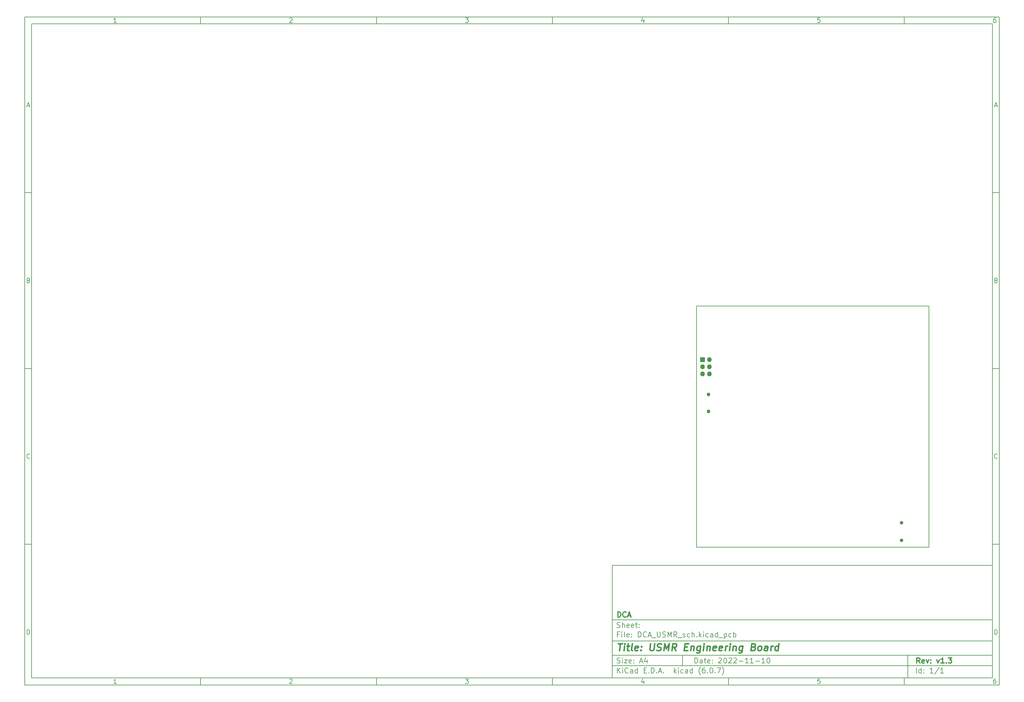
<source format=gbr>
%TF.GenerationSoftware,KiCad,Pcbnew,(6.0.7)*%
%TF.CreationDate,2022-11-15T16:12:34-05:00*%
%TF.ProjectId,DCA_USMR_sch,4443415f-5553-44d5-925f-7363682e6b69,v1.3*%
%TF.SameCoordinates,Original*%
%TF.FileFunction,Soldermask,Bot*%
%TF.FilePolarity,Negative*%
%FSLAX46Y46*%
G04 Gerber Fmt 4.6, Leading zero omitted, Abs format (unit mm)*
G04 Created by KiCad (PCBNEW (6.0.7)) date 2022-11-15 16:12:34*
%MOMM*%
%LPD*%
G01*
G04 APERTURE LIST*
%ADD10C,0.100000*%
%ADD11C,0.150000*%
%ADD12C,0.300000*%
%ADD13C,0.400000*%
%TA.AperFunction,Profile*%
%ADD14C,0.200000*%
%TD*%
%ADD15C,1.030000*%
%ADD16C,1.000000*%
%ADD17O,1.350000X1.350000*%
%ADD18R,1.350000X1.350000*%
G04 APERTURE END LIST*
D10*
D11*
X177002200Y-166007200D02*
X177002200Y-198007200D01*
X285002200Y-198007200D01*
X285002200Y-166007200D01*
X177002200Y-166007200D01*
D10*
D11*
X10000000Y-10000000D02*
X10000000Y-200007200D01*
X287002200Y-200007200D01*
X287002200Y-10000000D01*
X10000000Y-10000000D01*
D10*
D11*
X12000000Y-12000000D02*
X12000000Y-198007200D01*
X285002200Y-198007200D01*
X285002200Y-12000000D01*
X12000000Y-12000000D01*
D10*
D11*
X60000000Y-12000000D02*
X60000000Y-10000000D01*
D10*
D11*
X110000000Y-12000000D02*
X110000000Y-10000000D01*
D10*
D11*
X160000000Y-12000000D02*
X160000000Y-10000000D01*
D10*
D11*
X210000000Y-12000000D02*
X210000000Y-10000000D01*
D10*
D11*
X260000000Y-12000000D02*
X260000000Y-10000000D01*
D10*
D11*
X36065476Y-11588095D02*
X35322619Y-11588095D01*
X35694047Y-11588095D02*
X35694047Y-10288095D01*
X35570238Y-10473809D01*
X35446428Y-10597619D01*
X35322619Y-10659523D01*
D10*
D11*
X85322619Y-10411904D02*
X85384523Y-10350000D01*
X85508333Y-10288095D01*
X85817857Y-10288095D01*
X85941666Y-10350000D01*
X86003571Y-10411904D01*
X86065476Y-10535714D01*
X86065476Y-10659523D01*
X86003571Y-10845238D01*
X85260714Y-11588095D01*
X86065476Y-11588095D01*
D10*
D11*
X135260714Y-10288095D02*
X136065476Y-10288095D01*
X135632142Y-10783333D01*
X135817857Y-10783333D01*
X135941666Y-10845238D01*
X136003571Y-10907142D01*
X136065476Y-11030952D01*
X136065476Y-11340476D01*
X136003571Y-11464285D01*
X135941666Y-11526190D01*
X135817857Y-11588095D01*
X135446428Y-11588095D01*
X135322619Y-11526190D01*
X135260714Y-11464285D01*
D10*
D11*
X185941666Y-10721428D02*
X185941666Y-11588095D01*
X185632142Y-10226190D02*
X185322619Y-11154761D01*
X186127380Y-11154761D01*
D10*
D11*
X236003571Y-10288095D02*
X235384523Y-10288095D01*
X235322619Y-10907142D01*
X235384523Y-10845238D01*
X235508333Y-10783333D01*
X235817857Y-10783333D01*
X235941666Y-10845238D01*
X236003571Y-10907142D01*
X236065476Y-11030952D01*
X236065476Y-11340476D01*
X236003571Y-11464285D01*
X235941666Y-11526190D01*
X235817857Y-11588095D01*
X235508333Y-11588095D01*
X235384523Y-11526190D01*
X235322619Y-11464285D01*
D10*
D11*
X285941666Y-10288095D02*
X285694047Y-10288095D01*
X285570238Y-10350000D01*
X285508333Y-10411904D01*
X285384523Y-10597619D01*
X285322619Y-10845238D01*
X285322619Y-11340476D01*
X285384523Y-11464285D01*
X285446428Y-11526190D01*
X285570238Y-11588095D01*
X285817857Y-11588095D01*
X285941666Y-11526190D01*
X286003571Y-11464285D01*
X286065476Y-11340476D01*
X286065476Y-11030952D01*
X286003571Y-10907142D01*
X285941666Y-10845238D01*
X285817857Y-10783333D01*
X285570238Y-10783333D01*
X285446428Y-10845238D01*
X285384523Y-10907142D01*
X285322619Y-11030952D01*
D10*
D11*
X60000000Y-198007200D02*
X60000000Y-200007200D01*
D10*
D11*
X110000000Y-198007200D02*
X110000000Y-200007200D01*
D10*
D11*
X160000000Y-198007200D02*
X160000000Y-200007200D01*
D10*
D11*
X210000000Y-198007200D02*
X210000000Y-200007200D01*
D10*
D11*
X260000000Y-198007200D02*
X260000000Y-200007200D01*
D10*
D11*
X36065476Y-199595295D02*
X35322619Y-199595295D01*
X35694047Y-199595295D02*
X35694047Y-198295295D01*
X35570238Y-198481009D01*
X35446428Y-198604819D01*
X35322619Y-198666723D01*
D10*
D11*
X85322619Y-198419104D02*
X85384523Y-198357200D01*
X85508333Y-198295295D01*
X85817857Y-198295295D01*
X85941666Y-198357200D01*
X86003571Y-198419104D01*
X86065476Y-198542914D01*
X86065476Y-198666723D01*
X86003571Y-198852438D01*
X85260714Y-199595295D01*
X86065476Y-199595295D01*
D10*
D11*
X135260714Y-198295295D02*
X136065476Y-198295295D01*
X135632142Y-198790533D01*
X135817857Y-198790533D01*
X135941666Y-198852438D01*
X136003571Y-198914342D01*
X136065476Y-199038152D01*
X136065476Y-199347676D01*
X136003571Y-199471485D01*
X135941666Y-199533390D01*
X135817857Y-199595295D01*
X135446428Y-199595295D01*
X135322619Y-199533390D01*
X135260714Y-199471485D01*
D10*
D11*
X185941666Y-198728628D02*
X185941666Y-199595295D01*
X185632142Y-198233390D02*
X185322619Y-199161961D01*
X186127380Y-199161961D01*
D10*
D11*
X236003571Y-198295295D02*
X235384523Y-198295295D01*
X235322619Y-198914342D01*
X235384523Y-198852438D01*
X235508333Y-198790533D01*
X235817857Y-198790533D01*
X235941666Y-198852438D01*
X236003571Y-198914342D01*
X236065476Y-199038152D01*
X236065476Y-199347676D01*
X236003571Y-199471485D01*
X235941666Y-199533390D01*
X235817857Y-199595295D01*
X235508333Y-199595295D01*
X235384523Y-199533390D01*
X235322619Y-199471485D01*
D10*
D11*
X285941666Y-198295295D02*
X285694047Y-198295295D01*
X285570238Y-198357200D01*
X285508333Y-198419104D01*
X285384523Y-198604819D01*
X285322619Y-198852438D01*
X285322619Y-199347676D01*
X285384523Y-199471485D01*
X285446428Y-199533390D01*
X285570238Y-199595295D01*
X285817857Y-199595295D01*
X285941666Y-199533390D01*
X286003571Y-199471485D01*
X286065476Y-199347676D01*
X286065476Y-199038152D01*
X286003571Y-198914342D01*
X285941666Y-198852438D01*
X285817857Y-198790533D01*
X285570238Y-198790533D01*
X285446428Y-198852438D01*
X285384523Y-198914342D01*
X285322619Y-199038152D01*
D10*
D11*
X10000000Y-60000000D02*
X12000000Y-60000000D01*
D10*
D11*
X10000000Y-110000000D02*
X12000000Y-110000000D01*
D10*
D11*
X10000000Y-160000000D02*
X12000000Y-160000000D01*
D10*
D11*
X10690476Y-35216666D02*
X11309523Y-35216666D01*
X10566666Y-35588095D02*
X11000000Y-34288095D01*
X11433333Y-35588095D01*
D10*
D11*
X11092857Y-84907142D02*
X11278571Y-84969047D01*
X11340476Y-85030952D01*
X11402380Y-85154761D01*
X11402380Y-85340476D01*
X11340476Y-85464285D01*
X11278571Y-85526190D01*
X11154761Y-85588095D01*
X10659523Y-85588095D01*
X10659523Y-84288095D01*
X11092857Y-84288095D01*
X11216666Y-84350000D01*
X11278571Y-84411904D01*
X11340476Y-84535714D01*
X11340476Y-84659523D01*
X11278571Y-84783333D01*
X11216666Y-84845238D01*
X11092857Y-84907142D01*
X10659523Y-84907142D01*
D10*
D11*
X11402380Y-135464285D02*
X11340476Y-135526190D01*
X11154761Y-135588095D01*
X11030952Y-135588095D01*
X10845238Y-135526190D01*
X10721428Y-135402380D01*
X10659523Y-135278571D01*
X10597619Y-135030952D01*
X10597619Y-134845238D01*
X10659523Y-134597619D01*
X10721428Y-134473809D01*
X10845238Y-134350000D01*
X11030952Y-134288095D01*
X11154761Y-134288095D01*
X11340476Y-134350000D01*
X11402380Y-134411904D01*
D10*
D11*
X10659523Y-185588095D02*
X10659523Y-184288095D01*
X10969047Y-184288095D01*
X11154761Y-184350000D01*
X11278571Y-184473809D01*
X11340476Y-184597619D01*
X11402380Y-184845238D01*
X11402380Y-185030952D01*
X11340476Y-185278571D01*
X11278571Y-185402380D01*
X11154761Y-185526190D01*
X10969047Y-185588095D01*
X10659523Y-185588095D01*
D10*
D11*
X287002200Y-60000000D02*
X285002200Y-60000000D01*
D10*
D11*
X287002200Y-110000000D02*
X285002200Y-110000000D01*
D10*
D11*
X287002200Y-160000000D02*
X285002200Y-160000000D01*
D10*
D11*
X285692676Y-35216666D02*
X286311723Y-35216666D01*
X285568866Y-35588095D02*
X286002200Y-34288095D01*
X286435533Y-35588095D01*
D10*
D11*
X286095057Y-84907142D02*
X286280771Y-84969047D01*
X286342676Y-85030952D01*
X286404580Y-85154761D01*
X286404580Y-85340476D01*
X286342676Y-85464285D01*
X286280771Y-85526190D01*
X286156961Y-85588095D01*
X285661723Y-85588095D01*
X285661723Y-84288095D01*
X286095057Y-84288095D01*
X286218866Y-84350000D01*
X286280771Y-84411904D01*
X286342676Y-84535714D01*
X286342676Y-84659523D01*
X286280771Y-84783333D01*
X286218866Y-84845238D01*
X286095057Y-84907142D01*
X285661723Y-84907142D01*
D10*
D11*
X286404580Y-135464285D02*
X286342676Y-135526190D01*
X286156961Y-135588095D01*
X286033152Y-135588095D01*
X285847438Y-135526190D01*
X285723628Y-135402380D01*
X285661723Y-135278571D01*
X285599819Y-135030952D01*
X285599819Y-134845238D01*
X285661723Y-134597619D01*
X285723628Y-134473809D01*
X285847438Y-134350000D01*
X286033152Y-134288095D01*
X286156961Y-134288095D01*
X286342676Y-134350000D01*
X286404580Y-134411904D01*
D10*
D11*
X285661723Y-185588095D02*
X285661723Y-184288095D01*
X285971247Y-184288095D01*
X286156961Y-184350000D01*
X286280771Y-184473809D01*
X286342676Y-184597619D01*
X286404580Y-184845238D01*
X286404580Y-185030952D01*
X286342676Y-185278571D01*
X286280771Y-185402380D01*
X286156961Y-185526190D01*
X285971247Y-185588095D01*
X285661723Y-185588095D01*
D10*
D11*
X200434342Y-193785771D02*
X200434342Y-192285771D01*
X200791485Y-192285771D01*
X201005771Y-192357200D01*
X201148628Y-192500057D01*
X201220057Y-192642914D01*
X201291485Y-192928628D01*
X201291485Y-193142914D01*
X201220057Y-193428628D01*
X201148628Y-193571485D01*
X201005771Y-193714342D01*
X200791485Y-193785771D01*
X200434342Y-193785771D01*
X202577200Y-193785771D02*
X202577200Y-193000057D01*
X202505771Y-192857200D01*
X202362914Y-192785771D01*
X202077200Y-192785771D01*
X201934342Y-192857200D01*
X202577200Y-193714342D02*
X202434342Y-193785771D01*
X202077200Y-193785771D01*
X201934342Y-193714342D01*
X201862914Y-193571485D01*
X201862914Y-193428628D01*
X201934342Y-193285771D01*
X202077200Y-193214342D01*
X202434342Y-193214342D01*
X202577200Y-193142914D01*
X203077200Y-192785771D02*
X203648628Y-192785771D01*
X203291485Y-192285771D02*
X203291485Y-193571485D01*
X203362914Y-193714342D01*
X203505771Y-193785771D01*
X203648628Y-193785771D01*
X204720057Y-193714342D02*
X204577200Y-193785771D01*
X204291485Y-193785771D01*
X204148628Y-193714342D01*
X204077200Y-193571485D01*
X204077200Y-193000057D01*
X204148628Y-192857200D01*
X204291485Y-192785771D01*
X204577200Y-192785771D01*
X204720057Y-192857200D01*
X204791485Y-193000057D01*
X204791485Y-193142914D01*
X204077200Y-193285771D01*
X205434342Y-193642914D02*
X205505771Y-193714342D01*
X205434342Y-193785771D01*
X205362914Y-193714342D01*
X205434342Y-193642914D01*
X205434342Y-193785771D01*
X205434342Y-192857200D02*
X205505771Y-192928628D01*
X205434342Y-193000057D01*
X205362914Y-192928628D01*
X205434342Y-192857200D01*
X205434342Y-193000057D01*
X207220057Y-192428628D02*
X207291485Y-192357200D01*
X207434342Y-192285771D01*
X207791485Y-192285771D01*
X207934342Y-192357200D01*
X208005771Y-192428628D01*
X208077200Y-192571485D01*
X208077200Y-192714342D01*
X208005771Y-192928628D01*
X207148628Y-193785771D01*
X208077200Y-193785771D01*
X209005771Y-192285771D02*
X209148628Y-192285771D01*
X209291485Y-192357200D01*
X209362914Y-192428628D01*
X209434342Y-192571485D01*
X209505771Y-192857200D01*
X209505771Y-193214342D01*
X209434342Y-193500057D01*
X209362914Y-193642914D01*
X209291485Y-193714342D01*
X209148628Y-193785771D01*
X209005771Y-193785771D01*
X208862914Y-193714342D01*
X208791485Y-193642914D01*
X208720057Y-193500057D01*
X208648628Y-193214342D01*
X208648628Y-192857200D01*
X208720057Y-192571485D01*
X208791485Y-192428628D01*
X208862914Y-192357200D01*
X209005771Y-192285771D01*
X210077200Y-192428628D02*
X210148628Y-192357200D01*
X210291485Y-192285771D01*
X210648628Y-192285771D01*
X210791485Y-192357200D01*
X210862914Y-192428628D01*
X210934342Y-192571485D01*
X210934342Y-192714342D01*
X210862914Y-192928628D01*
X210005771Y-193785771D01*
X210934342Y-193785771D01*
X211505771Y-192428628D02*
X211577200Y-192357200D01*
X211720057Y-192285771D01*
X212077200Y-192285771D01*
X212220057Y-192357200D01*
X212291485Y-192428628D01*
X212362914Y-192571485D01*
X212362914Y-192714342D01*
X212291485Y-192928628D01*
X211434342Y-193785771D01*
X212362914Y-193785771D01*
X213005771Y-193214342D02*
X214148628Y-193214342D01*
X215648628Y-193785771D02*
X214791485Y-193785771D01*
X215220057Y-193785771D02*
X215220057Y-192285771D01*
X215077200Y-192500057D01*
X214934342Y-192642914D01*
X214791485Y-192714342D01*
X217077200Y-193785771D02*
X216220057Y-193785771D01*
X216648628Y-193785771D02*
X216648628Y-192285771D01*
X216505771Y-192500057D01*
X216362914Y-192642914D01*
X216220057Y-192714342D01*
X217720057Y-193214342D02*
X218862914Y-193214342D01*
X220362914Y-193785771D02*
X219505771Y-193785771D01*
X219934342Y-193785771D02*
X219934342Y-192285771D01*
X219791485Y-192500057D01*
X219648628Y-192642914D01*
X219505771Y-192714342D01*
X221291485Y-192285771D02*
X221434342Y-192285771D01*
X221577200Y-192357200D01*
X221648628Y-192428628D01*
X221720057Y-192571485D01*
X221791485Y-192857200D01*
X221791485Y-193214342D01*
X221720057Y-193500057D01*
X221648628Y-193642914D01*
X221577200Y-193714342D01*
X221434342Y-193785771D01*
X221291485Y-193785771D01*
X221148628Y-193714342D01*
X221077200Y-193642914D01*
X221005771Y-193500057D01*
X220934342Y-193214342D01*
X220934342Y-192857200D01*
X221005771Y-192571485D01*
X221077200Y-192428628D01*
X221148628Y-192357200D01*
X221291485Y-192285771D01*
D10*
D11*
X177002200Y-194507200D02*
X285002200Y-194507200D01*
D10*
D11*
X178434342Y-196585771D02*
X178434342Y-195085771D01*
X179291485Y-196585771D02*
X178648628Y-195728628D01*
X179291485Y-195085771D02*
X178434342Y-195942914D01*
X179934342Y-196585771D02*
X179934342Y-195585771D01*
X179934342Y-195085771D02*
X179862914Y-195157200D01*
X179934342Y-195228628D01*
X180005771Y-195157200D01*
X179934342Y-195085771D01*
X179934342Y-195228628D01*
X181505771Y-196442914D02*
X181434342Y-196514342D01*
X181220057Y-196585771D01*
X181077200Y-196585771D01*
X180862914Y-196514342D01*
X180720057Y-196371485D01*
X180648628Y-196228628D01*
X180577200Y-195942914D01*
X180577200Y-195728628D01*
X180648628Y-195442914D01*
X180720057Y-195300057D01*
X180862914Y-195157200D01*
X181077200Y-195085771D01*
X181220057Y-195085771D01*
X181434342Y-195157200D01*
X181505771Y-195228628D01*
X182791485Y-196585771D02*
X182791485Y-195800057D01*
X182720057Y-195657200D01*
X182577200Y-195585771D01*
X182291485Y-195585771D01*
X182148628Y-195657200D01*
X182791485Y-196514342D02*
X182648628Y-196585771D01*
X182291485Y-196585771D01*
X182148628Y-196514342D01*
X182077200Y-196371485D01*
X182077200Y-196228628D01*
X182148628Y-196085771D01*
X182291485Y-196014342D01*
X182648628Y-196014342D01*
X182791485Y-195942914D01*
X184148628Y-196585771D02*
X184148628Y-195085771D01*
X184148628Y-196514342D02*
X184005771Y-196585771D01*
X183720057Y-196585771D01*
X183577200Y-196514342D01*
X183505771Y-196442914D01*
X183434342Y-196300057D01*
X183434342Y-195871485D01*
X183505771Y-195728628D01*
X183577200Y-195657200D01*
X183720057Y-195585771D01*
X184005771Y-195585771D01*
X184148628Y-195657200D01*
X186005771Y-195800057D02*
X186505771Y-195800057D01*
X186720057Y-196585771D02*
X186005771Y-196585771D01*
X186005771Y-195085771D01*
X186720057Y-195085771D01*
X187362914Y-196442914D02*
X187434342Y-196514342D01*
X187362914Y-196585771D01*
X187291485Y-196514342D01*
X187362914Y-196442914D01*
X187362914Y-196585771D01*
X188077200Y-196585771D02*
X188077200Y-195085771D01*
X188434342Y-195085771D01*
X188648628Y-195157200D01*
X188791485Y-195300057D01*
X188862914Y-195442914D01*
X188934342Y-195728628D01*
X188934342Y-195942914D01*
X188862914Y-196228628D01*
X188791485Y-196371485D01*
X188648628Y-196514342D01*
X188434342Y-196585771D01*
X188077200Y-196585771D01*
X189577200Y-196442914D02*
X189648628Y-196514342D01*
X189577200Y-196585771D01*
X189505771Y-196514342D01*
X189577200Y-196442914D01*
X189577200Y-196585771D01*
X190220057Y-196157200D02*
X190934342Y-196157200D01*
X190077200Y-196585771D02*
X190577200Y-195085771D01*
X191077200Y-196585771D01*
X191577200Y-196442914D02*
X191648628Y-196514342D01*
X191577200Y-196585771D01*
X191505771Y-196514342D01*
X191577200Y-196442914D01*
X191577200Y-196585771D01*
X194577200Y-196585771D02*
X194577200Y-195085771D01*
X194720057Y-196014342D02*
X195148628Y-196585771D01*
X195148628Y-195585771D02*
X194577200Y-196157200D01*
X195791485Y-196585771D02*
X195791485Y-195585771D01*
X195791485Y-195085771D02*
X195720057Y-195157200D01*
X195791485Y-195228628D01*
X195862914Y-195157200D01*
X195791485Y-195085771D01*
X195791485Y-195228628D01*
X197148628Y-196514342D02*
X197005771Y-196585771D01*
X196720057Y-196585771D01*
X196577200Y-196514342D01*
X196505771Y-196442914D01*
X196434342Y-196300057D01*
X196434342Y-195871485D01*
X196505771Y-195728628D01*
X196577200Y-195657200D01*
X196720057Y-195585771D01*
X197005771Y-195585771D01*
X197148628Y-195657200D01*
X198434342Y-196585771D02*
X198434342Y-195800057D01*
X198362914Y-195657200D01*
X198220057Y-195585771D01*
X197934342Y-195585771D01*
X197791485Y-195657200D01*
X198434342Y-196514342D02*
X198291485Y-196585771D01*
X197934342Y-196585771D01*
X197791485Y-196514342D01*
X197720057Y-196371485D01*
X197720057Y-196228628D01*
X197791485Y-196085771D01*
X197934342Y-196014342D01*
X198291485Y-196014342D01*
X198434342Y-195942914D01*
X199791485Y-196585771D02*
X199791485Y-195085771D01*
X199791485Y-196514342D02*
X199648628Y-196585771D01*
X199362914Y-196585771D01*
X199220057Y-196514342D01*
X199148628Y-196442914D01*
X199077200Y-196300057D01*
X199077200Y-195871485D01*
X199148628Y-195728628D01*
X199220057Y-195657200D01*
X199362914Y-195585771D01*
X199648628Y-195585771D01*
X199791485Y-195657200D01*
X202077200Y-197157200D02*
X202005771Y-197085771D01*
X201862914Y-196871485D01*
X201791485Y-196728628D01*
X201720057Y-196514342D01*
X201648628Y-196157200D01*
X201648628Y-195871485D01*
X201720057Y-195514342D01*
X201791485Y-195300057D01*
X201862914Y-195157200D01*
X202005771Y-194942914D01*
X202077200Y-194871485D01*
X203291485Y-195085771D02*
X203005771Y-195085771D01*
X202862914Y-195157200D01*
X202791485Y-195228628D01*
X202648628Y-195442914D01*
X202577200Y-195728628D01*
X202577200Y-196300057D01*
X202648628Y-196442914D01*
X202720057Y-196514342D01*
X202862914Y-196585771D01*
X203148628Y-196585771D01*
X203291485Y-196514342D01*
X203362914Y-196442914D01*
X203434342Y-196300057D01*
X203434342Y-195942914D01*
X203362914Y-195800057D01*
X203291485Y-195728628D01*
X203148628Y-195657200D01*
X202862914Y-195657200D01*
X202720057Y-195728628D01*
X202648628Y-195800057D01*
X202577200Y-195942914D01*
X204077200Y-196442914D02*
X204148628Y-196514342D01*
X204077200Y-196585771D01*
X204005771Y-196514342D01*
X204077200Y-196442914D01*
X204077200Y-196585771D01*
X205077200Y-195085771D02*
X205220057Y-195085771D01*
X205362914Y-195157200D01*
X205434342Y-195228628D01*
X205505771Y-195371485D01*
X205577200Y-195657200D01*
X205577200Y-196014342D01*
X205505771Y-196300057D01*
X205434342Y-196442914D01*
X205362914Y-196514342D01*
X205220057Y-196585771D01*
X205077200Y-196585771D01*
X204934342Y-196514342D01*
X204862914Y-196442914D01*
X204791485Y-196300057D01*
X204720057Y-196014342D01*
X204720057Y-195657200D01*
X204791485Y-195371485D01*
X204862914Y-195228628D01*
X204934342Y-195157200D01*
X205077200Y-195085771D01*
X206220057Y-196442914D02*
X206291485Y-196514342D01*
X206220057Y-196585771D01*
X206148628Y-196514342D01*
X206220057Y-196442914D01*
X206220057Y-196585771D01*
X206791485Y-195085771D02*
X207791485Y-195085771D01*
X207148628Y-196585771D01*
X208220057Y-197157200D02*
X208291485Y-197085771D01*
X208434342Y-196871485D01*
X208505771Y-196728628D01*
X208577200Y-196514342D01*
X208648628Y-196157200D01*
X208648628Y-195871485D01*
X208577200Y-195514342D01*
X208505771Y-195300057D01*
X208434342Y-195157200D01*
X208291485Y-194942914D01*
X208220057Y-194871485D01*
D10*
D11*
X177002200Y-191507200D02*
X285002200Y-191507200D01*
D10*
D12*
X264411485Y-193785771D02*
X263911485Y-193071485D01*
X263554342Y-193785771D02*
X263554342Y-192285771D01*
X264125771Y-192285771D01*
X264268628Y-192357200D01*
X264340057Y-192428628D01*
X264411485Y-192571485D01*
X264411485Y-192785771D01*
X264340057Y-192928628D01*
X264268628Y-193000057D01*
X264125771Y-193071485D01*
X263554342Y-193071485D01*
X265625771Y-193714342D02*
X265482914Y-193785771D01*
X265197200Y-193785771D01*
X265054342Y-193714342D01*
X264982914Y-193571485D01*
X264982914Y-193000057D01*
X265054342Y-192857200D01*
X265197200Y-192785771D01*
X265482914Y-192785771D01*
X265625771Y-192857200D01*
X265697200Y-193000057D01*
X265697200Y-193142914D01*
X264982914Y-193285771D01*
X266197200Y-192785771D02*
X266554342Y-193785771D01*
X266911485Y-192785771D01*
X267482914Y-193642914D02*
X267554342Y-193714342D01*
X267482914Y-193785771D01*
X267411485Y-193714342D01*
X267482914Y-193642914D01*
X267482914Y-193785771D01*
X267482914Y-192857200D02*
X267554342Y-192928628D01*
X267482914Y-193000057D01*
X267411485Y-192928628D01*
X267482914Y-192857200D01*
X267482914Y-193000057D01*
X269197200Y-192785771D02*
X269554342Y-193785771D01*
X269911485Y-192785771D01*
X271268628Y-193785771D02*
X270411485Y-193785771D01*
X270840057Y-193785771D02*
X270840057Y-192285771D01*
X270697200Y-192500057D01*
X270554342Y-192642914D01*
X270411485Y-192714342D01*
X271911485Y-193642914D02*
X271982914Y-193714342D01*
X271911485Y-193785771D01*
X271840057Y-193714342D01*
X271911485Y-193642914D01*
X271911485Y-193785771D01*
X272482914Y-192285771D02*
X273411485Y-192285771D01*
X272911485Y-192857200D01*
X273125771Y-192857200D01*
X273268628Y-192928628D01*
X273340057Y-193000057D01*
X273411485Y-193142914D01*
X273411485Y-193500057D01*
X273340057Y-193642914D01*
X273268628Y-193714342D01*
X273125771Y-193785771D01*
X272697200Y-193785771D01*
X272554342Y-193714342D01*
X272482914Y-193642914D01*
D10*
D11*
X178362914Y-193714342D02*
X178577200Y-193785771D01*
X178934342Y-193785771D01*
X179077200Y-193714342D01*
X179148628Y-193642914D01*
X179220057Y-193500057D01*
X179220057Y-193357200D01*
X179148628Y-193214342D01*
X179077200Y-193142914D01*
X178934342Y-193071485D01*
X178648628Y-193000057D01*
X178505771Y-192928628D01*
X178434342Y-192857200D01*
X178362914Y-192714342D01*
X178362914Y-192571485D01*
X178434342Y-192428628D01*
X178505771Y-192357200D01*
X178648628Y-192285771D01*
X179005771Y-192285771D01*
X179220057Y-192357200D01*
X179862914Y-193785771D02*
X179862914Y-192785771D01*
X179862914Y-192285771D02*
X179791485Y-192357200D01*
X179862914Y-192428628D01*
X179934342Y-192357200D01*
X179862914Y-192285771D01*
X179862914Y-192428628D01*
X180434342Y-192785771D02*
X181220057Y-192785771D01*
X180434342Y-193785771D01*
X181220057Y-193785771D01*
X182362914Y-193714342D02*
X182220057Y-193785771D01*
X181934342Y-193785771D01*
X181791485Y-193714342D01*
X181720057Y-193571485D01*
X181720057Y-193000057D01*
X181791485Y-192857200D01*
X181934342Y-192785771D01*
X182220057Y-192785771D01*
X182362914Y-192857200D01*
X182434342Y-193000057D01*
X182434342Y-193142914D01*
X181720057Y-193285771D01*
X183077200Y-193642914D02*
X183148628Y-193714342D01*
X183077200Y-193785771D01*
X183005771Y-193714342D01*
X183077200Y-193642914D01*
X183077200Y-193785771D01*
X183077200Y-192857200D02*
X183148628Y-192928628D01*
X183077200Y-193000057D01*
X183005771Y-192928628D01*
X183077200Y-192857200D01*
X183077200Y-193000057D01*
X184862914Y-193357200D02*
X185577200Y-193357200D01*
X184720057Y-193785771D02*
X185220057Y-192285771D01*
X185720057Y-193785771D01*
X186862914Y-192785771D02*
X186862914Y-193785771D01*
X186505771Y-192214342D02*
X186148628Y-193285771D01*
X187077200Y-193285771D01*
D10*
D11*
X263434342Y-196585771D02*
X263434342Y-195085771D01*
X264791485Y-196585771D02*
X264791485Y-195085771D01*
X264791485Y-196514342D02*
X264648628Y-196585771D01*
X264362914Y-196585771D01*
X264220057Y-196514342D01*
X264148628Y-196442914D01*
X264077200Y-196300057D01*
X264077200Y-195871485D01*
X264148628Y-195728628D01*
X264220057Y-195657200D01*
X264362914Y-195585771D01*
X264648628Y-195585771D01*
X264791485Y-195657200D01*
X265505771Y-196442914D02*
X265577200Y-196514342D01*
X265505771Y-196585771D01*
X265434342Y-196514342D01*
X265505771Y-196442914D01*
X265505771Y-196585771D01*
X265505771Y-195657200D02*
X265577200Y-195728628D01*
X265505771Y-195800057D01*
X265434342Y-195728628D01*
X265505771Y-195657200D01*
X265505771Y-195800057D01*
X268148628Y-196585771D02*
X267291485Y-196585771D01*
X267720057Y-196585771D02*
X267720057Y-195085771D01*
X267577200Y-195300057D01*
X267434342Y-195442914D01*
X267291485Y-195514342D01*
X269862914Y-195014342D02*
X268577200Y-196942914D01*
X271148628Y-196585771D02*
X270291485Y-196585771D01*
X270720057Y-196585771D02*
X270720057Y-195085771D01*
X270577200Y-195300057D01*
X270434342Y-195442914D01*
X270291485Y-195514342D01*
D10*
D11*
X177002200Y-187507200D02*
X285002200Y-187507200D01*
D10*
D13*
X178714580Y-188211961D02*
X179857438Y-188211961D01*
X179036009Y-190211961D02*
X179286009Y-188211961D01*
X180274104Y-190211961D02*
X180440771Y-188878628D01*
X180524104Y-188211961D02*
X180416961Y-188307200D01*
X180500295Y-188402438D01*
X180607438Y-188307200D01*
X180524104Y-188211961D01*
X180500295Y-188402438D01*
X181107438Y-188878628D02*
X181869342Y-188878628D01*
X181476485Y-188211961D02*
X181262200Y-189926247D01*
X181333628Y-190116723D01*
X181512200Y-190211961D01*
X181702676Y-190211961D01*
X182655057Y-190211961D02*
X182476485Y-190116723D01*
X182405057Y-189926247D01*
X182619342Y-188211961D01*
X184190771Y-190116723D02*
X183988390Y-190211961D01*
X183607438Y-190211961D01*
X183428866Y-190116723D01*
X183357438Y-189926247D01*
X183452676Y-189164342D01*
X183571723Y-188973866D01*
X183774104Y-188878628D01*
X184155057Y-188878628D01*
X184333628Y-188973866D01*
X184405057Y-189164342D01*
X184381247Y-189354819D01*
X183405057Y-189545295D01*
X185155057Y-190021485D02*
X185238390Y-190116723D01*
X185131247Y-190211961D01*
X185047914Y-190116723D01*
X185155057Y-190021485D01*
X185131247Y-190211961D01*
X185286009Y-188973866D02*
X185369342Y-189069104D01*
X185262200Y-189164342D01*
X185178866Y-189069104D01*
X185286009Y-188973866D01*
X185262200Y-189164342D01*
X187857438Y-188211961D02*
X187655057Y-189831009D01*
X187726485Y-190021485D01*
X187809819Y-190116723D01*
X187988390Y-190211961D01*
X188369342Y-190211961D01*
X188571723Y-190116723D01*
X188678866Y-190021485D01*
X188797914Y-189831009D01*
X189000295Y-188211961D01*
X189619342Y-190116723D02*
X189893152Y-190211961D01*
X190369342Y-190211961D01*
X190571723Y-190116723D01*
X190678866Y-190021485D01*
X190797914Y-189831009D01*
X190821723Y-189640533D01*
X190750295Y-189450057D01*
X190666961Y-189354819D01*
X190488390Y-189259580D01*
X190119342Y-189164342D01*
X189940771Y-189069104D01*
X189857438Y-188973866D01*
X189786009Y-188783390D01*
X189809819Y-188592914D01*
X189928866Y-188402438D01*
X190036009Y-188307200D01*
X190238390Y-188211961D01*
X190714580Y-188211961D01*
X190988390Y-188307200D01*
X191607438Y-190211961D02*
X191857438Y-188211961D01*
X192345533Y-189640533D01*
X193190771Y-188211961D01*
X192940771Y-190211961D01*
X195036009Y-190211961D02*
X194488390Y-189259580D01*
X193893152Y-190211961D02*
X194143152Y-188211961D01*
X194905057Y-188211961D01*
X195083628Y-188307200D01*
X195166961Y-188402438D01*
X195238390Y-188592914D01*
X195202676Y-188878628D01*
X195083628Y-189069104D01*
X194976485Y-189164342D01*
X194774104Y-189259580D01*
X194012200Y-189259580D01*
X197547914Y-189164342D02*
X198214580Y-189164342D01*
X198369342Y-190211961D02*
X197416961Y-190211961D01*
X197666961Y-188211961D01*
X198619342Y-188211961D01*
X199393152Y-188878628D02*
X199226485Y-190211961D01*
X199369342Y-189069104D02*
X199476485Y-188973866D01*
X199678866Y-188878628D01*
X199964580Y-188878628D01*
X200143152Y-188973866D01*
X200214580Y-189164342D01*
X200083628Y-190211961D01*
X202059819Y-188878628D02*
X201857438Y-190497676D01*
X201738390Y-190688152D01*
X201631247Y-190783390D01*
X201428866Y-190878628D01*
X201143152Y-190878628D01*
X200964580Y-190783390D01*
X201905057Y-190116723D02*
X201702676Y-190211961D01*
X201321723Y-190211961D01*
X201143152Y-190116723D01*
X201059819Y-190021485D01*
X200988390Y-189831009D01*
X201059819Y-189259580D01*
X201178866Y-189069104D01*
X201286009Y-188973866D01*
X201488390Y-188878628D01*
X201869342Y-188878628D01*
X202047914Y-188973866D01*
X202845533Y-190211961D02*
X203012200Y-188878628D01*
X203095533Y-188211961D02*
X202988390Y-188307200D01*
X203071723Y-188402438D01*
X203178866Y-188307200D01*
X203095533Y-188211961D01*
X203071723Y-188402438D01*
X203964580Y-188878628D02*
X203797914Y-190211961D01*
X203940771Y-189069104D02*
X204047914Y-188973866D01*
X204250295Y-188878628D01*
X204536009Y-188878628D01*
X204714580Y-188973866D01*
X204786009Y-189164342D01*
X204655057Y-190211961D01*
X206381247Y-190116723D02*
X206178866Y-190211961D01*
X205797914Y-190211961D01*
X205619342Y-190116723D01*
X205547914Y-189926247D01*
X205643152Y-189164342D01*
X205762200Y-188973866D01*
X205964580Y-188878628D01*
X206345533Y-188878628D01*
X206524104Y-188973866D01*
X206595533Y-189164342D01*
X206571723Y-189354819D01*
X205595533Y-189545295D01*
X208095533Y-190116723D02*
X207893152Y-190211961D01*
X207512200Y-190211961D01*
X207333628Y-190116723D01*
X207262200Y-189926247D01*
X207357438Y-189164342D01*
X207476485Y-188973866D01*
X207678866Y-188878628D01*
X208059819Y-188878628D01*
X208238390Y-188973866D01*
X208309819Y-189164342D01*
X208286009Y-189354819D01*
X207309819Y-189545295D01*
X209036009Y-190211961D02*
X209202676Y-188878628D01*
X209155057Y-189259580D02*
X209274104Y-189069104D01*
X209381247Y-188973866D01*
X209583628Y-188878628D01*
X209774104Y-188878628D01*
X210274104Y-190211961D02*
X210440771Y-188878628D01*
X210524104Y-188211961D02*
X210416961Y-188307200D01*
X210500295Y-188402438D01*
X210607438Y-188307200D01*
X210524104Y-188211961D01*
X210500295Y-188402438D01*
X211393152Y-188878628D02*
X211226485Y-190211961D01*
X211369342Y-189069104D02*
X211476485Y-188973866D01*
X211678866Y-188878628D01*
X211964580Y-188878628D01*
X212143152Y-188973866D01*
X212214580Y-189164342D01*
X212083628Y-190211961D01*
X214059819Y-188878628D02*
X213857438Y-190497676D01*
X213738390Y-190688152D01*
X213631247Y-190783390D01*
X213428866Y-190878628D01*
X213143152Y-190878628D01*
X212964580Y-190783390D01*
X213905057Y-190116723D02*
X213702676Y-190211961D01*
X213321723Y-190211961D01*
X213143152Y-190116723D01*
X213059819Y-190021485D01*
X212988390Y-189831009D01*
X213059819Y-189259580D01*
X213178866Y-189069104D01*
X213286009Y-188973866D01*
X213488390Y-188878628D01*
X213869342Y-188878628D01*
X214047914Y-188973866D01*
X217166961Y-189164342D02*
X217440771Y-189259580D01*
X217524104Y-189354819D01*
X217595533Y-189545295D01*
X217559819Y-189831009D01*
X217440771Y-190021485D01*
X217333628Y-190116723D01*
X217131247Y-190211961D01*
X216369342Y-190211961D01*
X216619342Y-188211961D01*
X217286009Y-188211961D01*
X217464580Y-188307200D01*
X217547914Y-188402438D01*
X217619342Y-188592914D01*
X217595533Y-188783390D01*
X217476485Y-188973866D01*
X217369342Y-189069104D01*
X217166961Y-189164342D01*
X216500295Y-189164342D01*
X218655057Y-190211961D02*
X218476485Y-190116723D01*
X218393152Y-190021485D01*
X218321723Y-189831009D01*
X218393152Y-189259580D01*
X218512200Y-189069104D01*
X218619342Y-188973866D01*
X218821723Y-188878628D01*
X219107438Y-188878628D01*
X219286009Y-188973866D01*
X219369342Y-189069104D01*
X219440771Y-189259580D01*
X219369342Y-189831009D01*
X219250295Y-190021485D01*
X219143152Y-190116723D01*
X218940771Y-190211961D01*
X218655057Y-190211961D01*
X221036009Y-190211961D02*
X221166961Y-189164342D01*
X221095533Y-188973866D01*
X220916961Y-188878628D01*
X220536009Y-188878628D01*
X220333628Y-188973866D01*
X221047914Y-190116723D02*
X220845533Y-190211961D01*
X220369342Y-190211961D01*
X220190771Y-190116723D01*
X220119342Y-189926247D01*
X220143152Y-189735771D01*
X220262200Y-189545295D01*
X220464580Y-189450057D01*
X220940771Y-189450057D01*
X221143152Y-189354819D01*
X221988390Y-190211961D02*
X222155057Y-188878628D01*
X222107438Y-189259580D02*
X222226485Y-189069104D01*
X222333628Y-188973866D01*
X222536009Y-188878628D01*
X222726485Y-188878628D01*
X224083628Y-190211961D02*
X224333628Y-188211961D01*
X224095533Y-190116723D02*
X223893152Y-190211961D01*
X223512199Y-190211961D01*
X223333628Y-190116723D01*
X223250295Y-190021485D01*
X223178866Y-189831009D01*
X223250295Y-189259580D01*
X223369342Y-189069104D01*
X223476485Y-188973866D01*
X223678866Y-188878628D01*
X224059819Y-188878628D01*
X224238390Y-188973866D01*
D10*
D11*
X178934342Y-185600057D02*
X178434342Y-185600057D01*
X178434342Y-186385771D02*
X178434342Y-184885771D01*
X179148628Y-184885771D01*
X179720057Y-186385771D02*
X179720057Y-185385771D01*
X179720057Y-184885771D02*
X179648628Y-184957200D01*
X179720057Y-185028628D01*
X179791485Y-184957200D01*
X179720057Y-184885771D01*
X179720057Y-185028628D01*
X180648628Y-186385771D02*
X180505771Y-186314342D01*
X180434342Y-186171485D01*
X180434342Y-184885771D01*
X181791485Y-186314342D02*
X181648628Y-186385771D01*
X181362914Y-186385771D01*
X181220057Y-186314342D01*
X181148628Y-186171485D01*
X181148628Y-185600057D01*
X181220057Y-185457200D01*
X181362914Y-185385771D01*
X181648628Y-185385771D01*
X181791485Y-185457200D01*
X181862914Y-185600057D01*
X181862914Y-185742914D01*
X181148628Y-185885771D01*
X182505771Y-186242914D02*
X182577200Y-186314342D01*
X182505771Y-186385771D01*
X182434342Y-186314342D01*
X182505771Y-186242914D01*
X182505771Y-186385771D01*
X182505771Y-185457200D02*
X182577200Y-185528628D01*
X182505771Y-185600057D01*
X182434342Y-185528628D01*
X182505771Y-185457200D01*
X182505771Y-185600057D01*
X184362914Y-186385771D02*
X184362914Y-184885771D01*
X184720057Y-184885771D01*
X184934342Y-184957200D01*
X185077200Y-185100057D01*
X185148628Y-185242914D01*
X185220057Y-185528628D01*
X185220057Y-185742914D01*
X185148628Y-186028628D01*
X185077200Y-186171485D01*
X184934342Y-186314342D01*
X184720057Y-186385771D01*
X184362914Y-186385771D01*
X186720057Y-186242914D02*
X186648628Y-186314342D01*
X186434342Y-186385771D01*
X186291485Y-186385771D01*
X186077200Y-186314342D01*
X185934342Y-186171485D01*
X185862914Y-186028628D01*
X185791485Y-185742914D01*
X185791485Y-185528628D01*
X185862914Y-185242914D01*
X185934342Y-185100057D01*
X186077200Y-184957200D01*
X186291485Y-184885771D01*
X186434342Y-184885771D01*
X186648628Y-184957200D01*
X186720057Y-185028628D01*
X187291485Y-185957200D02*
X188005771Y-185957200D01*
X187148628Y-186385771D02*
X187648628Y-184885771D01*
X188148628Y-186385771D01*
X188291485Y-186528628D02*
X189434342Y-186528628D01*
X189791485Y-184885771D02*
X189791485Y-186100057D01*
X189862914Y-186242914D01*
X189934342Y-186314342D01*
X190077200Y-186385771D01*
X190362914Y-186385771D01*
X190505771Y-186314342D01*
X190577200Y-186242914D01*
X190648628Y-186100057D01*
X190648628Y-184885771D01*
X191291485Y-186314342D02*
X191505771Y-186385771D01*
X191862914Y-186385771D01*
X192005771Y-186314342D01*
X192077200Y-186242914D01*
X192148628Y-186100057D01*
X192148628Y-185957200D01*
X192077200Y-185814342D01*
X192005771Y-185742914D01*
X191862914Y-185671485D01*
X191577200Y-185600057D01*
X191434342Y-185528628D01*
X191362914Y-185457200D01*
X191291485Y-185314342D01*
X191291485Y-185171485D01*
X191362914Y-185028628D01*
X191434342Y-184957200D01*
X191577200Y-184885771D01*
X191934342Y-184885771D01*
X192148628Y-184957200D01*
X192791485Y-186385771D02*
X192791485Y-184885771D01*
X193291485Y-185957200D01*
X193791485Y-184885771D01*
X193791485Y-186385771D01*
X195362914Y-186385771D02*
X194862914Y-185671485D01*
X194505771Y-186385771D02*
X194505771Y-184885771D01*
X195077200Y-184885771D01*
X195220057Y-184957200D01*
X195291485Y-185028628D01*
X195362914Y-185171485D01*
X195362914Y-185385771D01*
X195291485Y-185528628D01*
X195220057Y-185600057D01*
X195077200Y-185671485D01*
X194505771Y-185671485D01*
X195648628Y-186528628D02*
X196791485Y-186528628D01*
X197077200Y-186314342D02*
X197220057Y-186385771D01*
X197505771Y-186385771D01*
X197648628Y-186314342D01*
X197720057Y-186171485D01*
X197720057Y-186100057D01*
X197648628Y-185957200D01*
X197505771Y-185885771D01*
X197291485Y-185885771D01*
X197148628Y-185814342D01*
X197077200Y-185671485D01*
X197077200Y-185600057D01*
X197148628Y-185457200D01*
X197291485Y-185385771D01*
X197505771Y-185385771D01*
X197648628Y-185457200D01*
X199005771Y-186314342D02*
X198862914Y-186385771D01*
X198577200Y-186385771D01*
X198434342Y-186314342D01*
X198362914Y-186242914D01*
X198291485Y-186100057D01*
X198291485Y-185671485D01*
X198362914Y-185528628D01*
X198434342Y-185457200D01*
X198577200Y-185385771D01*
X198862914Y-185385771D01*
X199005771Y-185457200D01*
X199648628Y-186385771D02*
X199648628Y-184885771D01*
X200291485Y-186385771D02*
X200291485Y-185600057D01*
X200220057Y-185457200D01*
X200077200Y-185385771D01*
X199862914Y-185385771D01*
X199720057Y-185457200D01*
X199648628Y-185528628D01*
X201005771Y-186242914D02*
X201077200Y-186314342D01*
X201005771Y-186385771D01*
X200934342Y-186314342D01*
X201005771Y-186242914D01*
X201005771Y-186385771D01*
X201720057Y-186385771D02*
X201720057Y-184885771D01*
X201862914Y-185814342D02*
X202291485Y-186385771D01*
X202291485Y-185385771D02*
X201720057Y-185957200D01*
X202934342Y-186385771D02*
X202934342Y-185385771D01*
X202934342Y-184885771D02*
X202862914Y-184957200D01*
X202934342Y-185028628D01*
X203005771Y-184957200D01*
X202934342Y-184885771D01*
X202934342Y-185028628D01*
X204291485Y-186314342D02*
X204148628Y-186385771D01*
X203862914Y-186385771D01*
X203720057Y-186314342D01*
X203648628Y-186242914D01*
X203577200Y-186100057D01*
X203577200Y-185671485D01*
X203648628Y-185528628D01*
X203720057Y-185457200D01*
X203862914Y-185385771D01*
X204148628Y-185385771D01*
X204291485Y-185457200D01*
X205577200Y-186385771D02*
X205577200Y-185600057D01*
X205505771Y-185457200D01*
X205362914Y-185385771D01*
X205077200Y-185385771D01*
X204934342Y-185457200D01*
X205577200Y-186314342D02*
X205434342Y-186385771D01*
X205077200Y-186385771D01*
X204934342Y-186314342D01*
X204862914Y-186171485D01*
X204862914Y-186028628D01*
X204934342Y-185885771D01*
X205077200Y-185814342D01*
X205434342Y-185814342D01*
X205577200Y-185742914D01*
X206934342Y-186385771D02*
X206934342Y-184885771D01*
X206934342Y-186314342D02*
X206791485Y-186385771D01*
X206505771Y-186385771D01*
X206362914Y-186314342D01*
X206291485Y-186242914D01*
X206220057Y-186100057D01*
X206220057Y-185671485D01*
X206291485Y-185528628D01*
X206362914Y-185457200D01*
X206505771Y-185385771D01*
X206791485Y-185385771D01*
X206934342Y-185457200D01*
X207291485Y-186528628D02*
X208434342Y-186528628D01*
X208791485Y-185385771D02*
X208791485Y-186885771D01*
X208791485Y-185457200D02*
X208934342Y-185385771D01*
X209220057Y-185385771D01*
X209362914Y-185457200D01*
X209434342Y-185528628D01*
X209505771Y-185671485D01*
X209505771Y-186100057D01*
X209434342Y-186242914D01*
X209362914Y-186314342D01*
X209220057Y-186385771D01*
X208934342Y-186385771D01*
X208791485Y-186314342D01*
X210791485Y-186314342D02*
X210648628Y-186385771D01*
X210362914Y-186385771D01*
X210220057Y-186314342D01*
X210148628Y-186242914D01*
X210077200Y-186100057D01*
X210077200Y-185671485D01*
X210148628Y-185528628D01*
X210220057Y-185457200D01*
X210362914Y-185385771D01*
X210648628Y-185385771D01*
X210791485Y-185457200D01*
X211434342Y-186385771D02*
X211434342Y-184885771D01*
X211434342Y-185457200D02*
X211577200Y-185385771D01*
X211862914Y-185385771D01*
X212005771Y-185457200D01*
X212077200Y-185528628D01*
X212148628Y-185671485D01*
X212148628Y-186100057D01*
X212077200Y-186242914D01*
X212005771Y-186314342D01*
X211862914Y-186385771D01*
X211577200Y-186385771D01*
X211434342Y-186314342D01*
D10*
D11*
X177002200Y-181507200D02*
X285002200Y-181507200D01*
D10*
D11*
X178362914Y-183614342D02*
X178577200Y-183685771D01*
X178934342Y-183685771D01*
X179077200Y-183614342D01*
X179148628Y-183542914D01*
X179220057Y-183400057D01*
X179220057Y-183257200D01*
X179148628Y-183114342D01*
X179077200Y-183042914D01*
X178934342Y-182971485D01*
X178648628Y-182900057D01*
X178505771Y-182828628D01*
X178434342Y-182757200D01*
X178362914Y-182614342D01*
X178362914Y-182471485D01*
X178434342Y-182328628D01*
X178505771Y-182257200D01*
X178648628Y-182185771D01*
X179005771Y-182185771D01*
X179220057Y-182257200D01*
X179862914Y-183685771D02*
X179862914Y-182185771D01*
X180505771Y-183685771D02*
X180505771Y-182900057D01*
X180434342Y-182757200D01*
X180291485Y-182685771D01*
X180077200Y-182685771D01*
X179934342Y-182757200D01*
X179862914Y-182828628D01*
X181791485Y-183614342D02*
X181648628Y-183685771D01*
X181362914Y-183685771D01*
X181220057Y-183614342D01*
X181148628Y-183471485D01*
X181148628Y-182900057D01*
X181220057Y-182757200D01*
X181362914Y-182685771D01*
X181648628Y-182685771D01*
X181791485Y-182757200D01*
X181862914Y-182900057D01*
X181862914Y-183042914D01*
X181148628Y-183185771D01*
X183077200Y-183614342D02*
X182934342Y-183685771D01*
X182648628Y-183685771D01*
X182505771Y-183614342D01*
X182434342Y-183471485D01*
X182434342Y-182900057D01*
X182505771Y-182757200D01*
X182648628Y-182685771D01*
X182934342Y-182685771D01*
X183077200Y-182757200D01*
X183148628Y-182900057D01*
X183148628Y-183042914D01*
X182434342Y-183185771D01*
X183577200Y-182685771D02*
X184148628Y-182685771D01*
X183791485Y-182185771D02*
X183791485Y-183471485D01*
X183862914Y-183614342D01*
X184005771Y-183685771D01*
X184148628Y-183685771D01*
X184648628Y-183542914D02*
X184720057Y-183614342D01*
X184648628Y-183685771D01*
X184577200Y-183614342D01*
X184648628Y-183542914D01*
X184648628Y-183685771D01*
X184648628Y-182757200D02*
X184720057Y-182828628D01*
X184648628Y-182900057D01*
X184577200Y-182828628D01*
X184648628Y-182757200D01*
X184648628Y-182900057D01*
D10*
D12*
X178554342Y-180685771D02*
X178554342Y-179185771D01*
X178911485Y-179185771D01*
X179125771Y-179257200D01*
X179268628Y-179400057D01*
X179340057Y-179542914D01*
X179411485Y-179828628D01*
X179411485Y-180042914D01*
X179340057Y-180328628D01*
X179268628Y-180471485D01*
X179125771Y-180614342D01*
X178911485Y-180685771D01*
X178554342Y-180685771D01*
X180911485Y-180542914D02*
X180840057Y-180614342D01*
X180625771Y-180685771D01*
X180482914Y-180685771D01*
X180268628Y-180614342D01*
X180125771Y-180471485D01*
X180054342Y-180328628D01*
X179982914Y-180042914D01*
X179982914Y-179828628D01*
X180054342Y-179542914D01*
X180125771Y-179400057D01*
X180268628Y-179257200D01*
X180482914Y-179185771D01*
X180625771Y-179185771D01*
X180840057Y-179257200D01*
X180911485Y-179328628D01*
X181482914Y-180257200D02*
X182197200Y-180257200D01*
X181340057Y-180685771D02*
X181840057Y-179185771D01*
X182340057Y-180685771D01*
D10*
D11*
D10*
D11*
D10*
D11*
D10*
D11*
D10*
D11*
X197002200Y-191507200D02*
X197002200Y-194507200D01*
D10*
D11*
X261002200Y-191507200D02*
X261002200Y-198007200D01*
D14*
X200980000Y-92210000D02*
X267020000Y-92210000D01*
X267020000Y-92210000D02*
X267020000Y-160800000D01*
X267020000Y-160800000D02*
X200980000Y-160800000D01*
X200980000Y-160800000D02*
X200980000Y-92210000D01*
D15*
%TO.C,Y1*%
X204371645Y-122236601D03*
X204371645Y-117356601D03*
%TD*%
D16*
%TO.C,J3*%
X259198911Y-158868819D03*
X259198911Y-153868819D03*
%TD*%
D17*
%TO.C,J1*%
X204600000Y-111500000D03*
X202600000Y-111500000D03*
X204600000Y-109500000D03*
X202600000Y-109500000D03*
X204600000Y-107500000D03*
D18*
X202600000Y-107500000D03*
%TD*%
M02*

</source>
